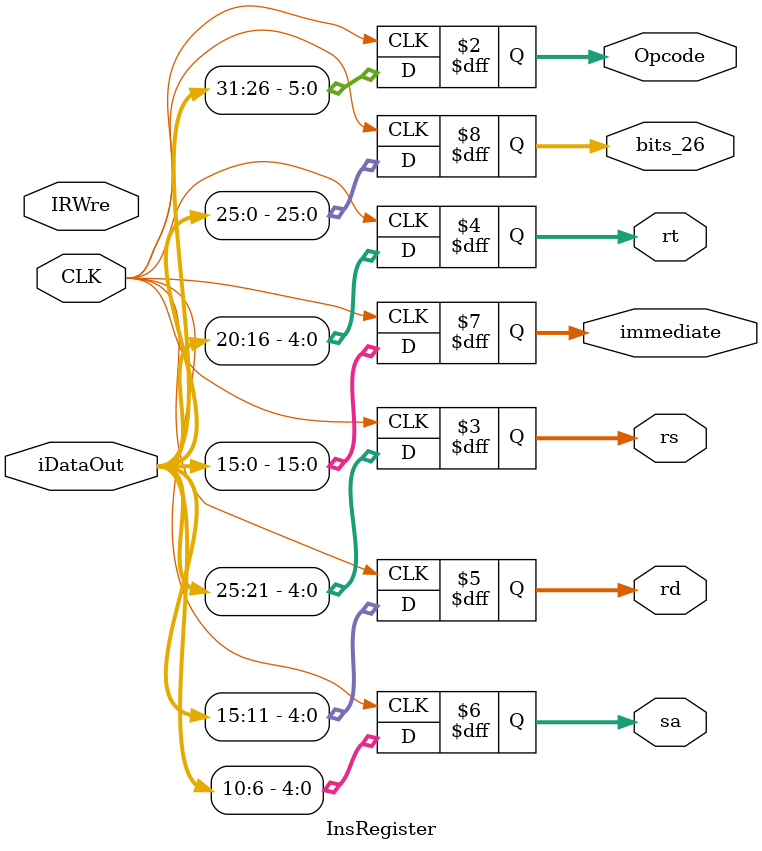
<source format=v>
`timescale 1ns / 1ps


module InsRegister(
	input [31:0] iDataOut,
	input CLK,
	input IRWre,
	output reg [5:0] Opcode,
	output reg [4:0] rs,
	output reg [4:0] rt,
	output reg [4:0] rd,
	output reg [4:0] sa,
	output reg [15:0] immediate,
	output reg [25:0] bits_26
    );
    always @(negedge CLK) begin
		Opcode <= iDataOut[31:26];
		rs <= iDataOut[25:21];
		rt <= iDataOut[20:16];
		rd <= iDataOut[15:11];
		sa <= iDataOut[10:6];
		immediate <= iDataOut[15:0];
		bits_26 <= iDataOut[25:0];
    end
endmodule

</source>
